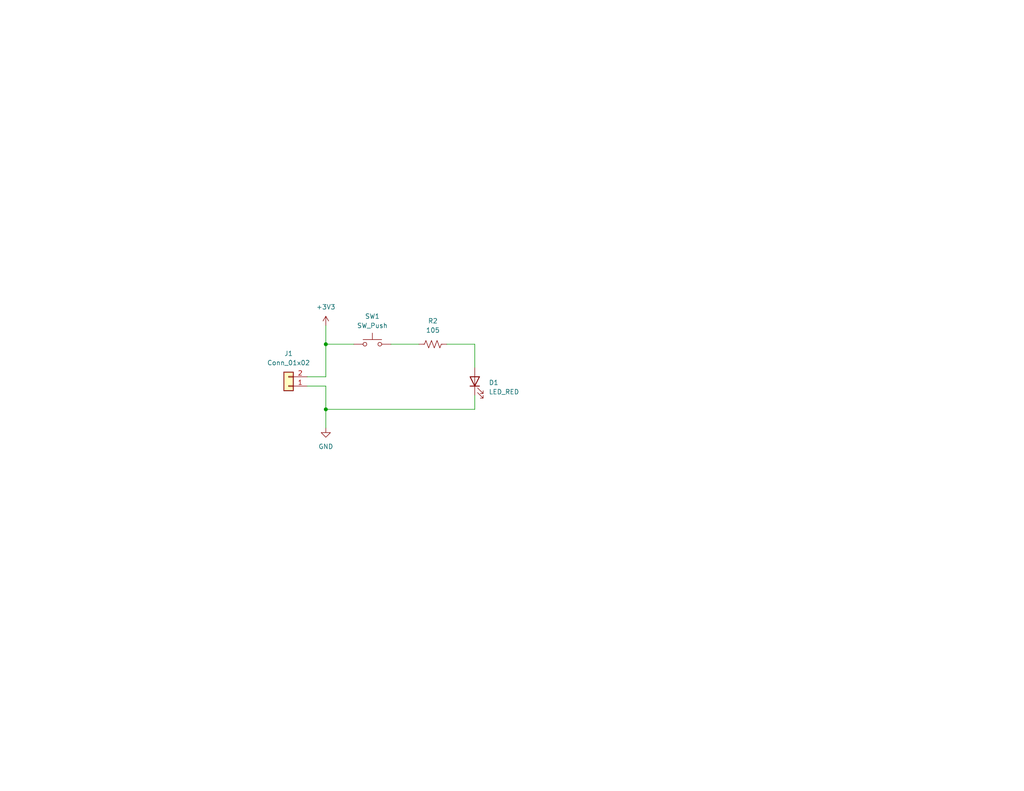
<source format=kicad_sch>
(kicad_sch (version 20231120) (generator "eeschema") (generator_version "8.0")
  (paper "USLetter")
  (title_block (title "Template") (date "2022-08-16") (rev "0.0") (company "Illini Solar Car") (comment 1 "Designed By: Your Name"))
  (lib_symbols
    (symbol "Connector_Generic:Conn_01x02" (pin_names (offset 1.016) hide)
      (property "Reference" "J" (at 0 2.54 0))
      (property "Value" "Conn_01x02" (at 0 -5.08 0))
      (symbol "Conn_01x02_1_1"
        (rectangle (start -1.27 -2.413) (end 0 -2.667) (stroke (width 0.1524)))
        (rectangle (start -1.27 0.127) (end 0 -0.127) (stroke (width 0.1524)))
        (rectangle (start -1.27 1.27) (end 1.27 -3.81) (stroke (width 0.254)) (fill (type background)))
        (pin passive line (at -5.08 0 0) (length 3.81) (name "Pin_1") (number "1"))
        (pin passive line (at -5.08 -2.54 0) (length 3.81) (name "Pin_2") (number "2"))
      )
    )
    (symbol "Device:LED" (pin_numbers hide) (pin_names (offset 1.016) hide)
      (property "Reference" "D" (at 0 2.54 0))
      (property "Value" "LED" (at 0 -2.54 0))
      (symbol "LED_0_1"
        (polyline (pts (xy -1.27 -1.27) (xy -1.27 1.27)) (stroke (width 0.254)))
        (polyline (pts (xy -1.27 0) (xy 1.27 0)))
        (polyline (pts (xy 1.27 -1.27) (xy 1.27 1.27) (xy -1.27 0) (xy 1.27 -1.27)) (stroke (width 0.254)))
        (polyline (pts (xy -3.048 -0.762) (xy -4.572 -2.286) (xy -3.81 -2.286) (xy -4.572 -2.286) (xy -4.572 -1.524)))
        (polyline (pts (xy -1.778 -0.762) (xy -3.302 -2.286) (xy -2.54 -2.286) (xy -3.302 -2.286) (xy -3.302 -1.524)))
      )
      (symbol "LED_1_1"
        (pin passive line (at -3.81 0 0) (length 2.54) (name "K") (number "1"))
        (pin passive line (at 3.81 0 180) (length 2.54) (name "A") (number "2"))
      )
    )
    (symbol "Switch:SW_Push" (pin_numbers hide) (pin_names (offset 1.016) hide)
      (property "Reference" "SW" (at 1.27 2.54 0))
      (property "Value" "SW_Push" (at 0 -1.524 0))
      (symbol "SW_Push_0_1"
        (circle (center -2.032 0) (radius 0.508))
        (polyline (pts (xy 0 1.27) (xy 0 3.048)))
        (polyline (pts (xy 2.54 1.27) (xy -2.54 1.27)))
        (circle (center 2.032 0) (radius 0.508))
        (pin passive line (at -5.08 0 0) (length 2.54) (name "1") (number "1"))
        (pin passive line (at 5.08 0 180) (length 2.54) (name "2") (number "2"))
      )
    )
    (symbol "device:R_US" (pin_numbers hide) (pin_names (offset 0))
      (property "Reference" "R" (at 2.54 0 90))
      (property "Value" "R_US" (at -2.54 0 90))
      (symbol "R_US_0_1"
        (polyline (pts (xy 0 -2.286) (xy 0 -2.54)))
        (polyline (pts (xy 0 2.286) (xy 0 2.54)))
        (polyline (pts (xy 0 -0.762) (xy 1.016 -1.143) (xy 0 -1.524) (xy -1.016 -1.905) (xy 0 -2.286)))
        (polyline (pts (xy 0 0.762) (xy 1.016 0.381) (xy 0 0) (xy -1.016 -0.381) (xy 0 -0.762)))
        (polyline (pts (xy 0 2.286) (xy 1.016 1.905) (xy 0 1.524) (xy -1.016 1.143) (xy 0 0.762)))
      )
      (symbol "R_US_1_1"
        (pin passive line (at 0 3.81 270) (length 1.27) (name "~") (number "1"))
        (pin passive line (at 0 -3.81 90) (length 1.27) (name "~") (number "2"))
      )
    )
    (symbol "power:+3V3" (power) (pin_names (offset 0))
      (property "Value" "+3V3" (at 0 3.556 0))
      (symbol "+3V3_0_1"
        (polyline (pts (xy -0.762 1.27) (xy 0 2.54)))
        (polyline (pts (xy 0 0) (xy 0 2.54)))
        (polyline (pts (xy 0 2.54) (xy 0.762 1.27)))
      )
      (symbol "+3V3_1_1"
        (pin power_in line (at 0 0 90) (length 0) hide (name "+3V3") (number "1"))
      )
    )
    (symbol "power:GND" (power) (pin_names (offset 0))
      (property "Value" "GND" (at 0 -3.81 0))
      (symbol "GND_0_1"
        (polyline (pts (xy 0 0) (xy 0 -1.27) (xy 1.27 -1.27) (xy 0 -2.54) (xy -1.27 -1.27) (xy 0 -1.27)))
      )
      (symbol "GND_1_1"
        (pin power_in line (at 0 0 270) (length 0) hide (name "GND") (number "1"))
      )
    )
  )
  (junction (at 88.9 93.98))
  (junction (at 88.9 111.76))
  (wire (pts (xy 106.68 93.98) (xy 114.3 93.98)))
  (wire (pts (xy 83.82 102.87) (xy 88.9 102.87)))
  (wire (pts (xy 121.92 93.98) (xy 129.54 93.98)))
  (wire (pts (xy 129.54 93.98) (xy 129.54 100.33)))
  (wire (pts (xy 88.9 105.41) (xy 88.9 111.76)))
  (wire (pts (xy 129.54 111.76) (xy 88.9 111.76)))
  (wire (pts (xy 83.82 105.41) (xy 88.9 105.41)))
  (wire (pts (xy 88.9 111.76) (xy 88.9 116.84)))
  (wire (pts (xy 88.9 102.87) (xy 88.9 93.98)))
  (wire (pts (xy 129.54 107.95) (xy 129.54 111.76)))
  (wire (pts (xy 88.9 93.98) (xy 88.9 88.9)))
  (wire (pts (xy 88.9 93.98) (xy 96.52 93.98)))
  (symbol (lib_id "Device:LED") (at 129.54 104.14 90) (unit 1)
    (property "Reference" "D1" (at 133.35 104.4574 90) (effects (justify right)))
    (property "Value" "LED_RED" (at 133.35 106.9974 90) (effects (justify right)))
    (property "Footprint" "layout:LED_0603_Symbol_on_F.SilkS" (effects (hide yes)))
    (property "Description" "Light emitting diode" (effects (hide yes)))
  )
  (symbol (lib_id "power:GND") (at 88.9 116.84 0) (unit 1)
    (property "Reference" "#PWR02" (effects (hide yes)))
    (property "Value" "GND" (at 88.9 121.92 0))
    (property "Description" "Power symbol creates a global label with name \"GND\" , ground" (effects (hide yes)))
  )
  (symbol (lib_id "Switch:SW_Push") (at 101.6 93.98 0) (unit 1)
    (property "Reference" "SW1" (at 101.6 86.36 0))
    (property "Value" "SW_Push" (at 101.6 88.9 0))
    (property "Footprint" "Button_Switch_SMD:SW_DIP_SPSTx01_Slide_6.7x4.1mm_W8.61mm_P2.54mm_LowProfile" (effects (hide yes)))
    (property "Datasheet" "https://www.digikey.com/en/products/detail/te-connectivity-alcoswitch-switches/1825910-6/1632536?utm_adgroup=Supplier_TE&utm_source=google&utm_medium=cpc&utm_campaign=EN_Product_SKU_MBR&utm_term=%2B1825910-6&utm_content=Supplier_TE&gclid=Cj0KCQjwp4j6BRCRARIsAGq4yMGhBEsv1v5KcRzgW34aOMlPkoRB4A-7BCN08FfGaiq_Dk_nlKJ0QU8aAhZPEALw_wcB" (effects (hide yes)))
    (property "Description" "Push button switch, generic, two pins" (effects (hide yes)))
    (property "MPN" "1825910-6" (effects (hide yes)))
  )
  (symbol (lib_id "power:+3V3") (at 88.9 88.9 0) (unit 1)
    (property "Reference" "#PWR01" (effects (hide yes)))
    (property "Value" "+3V3" (at 88.9 83.82 0))
    (property "Description" "Power symbol creates a global label with name \"+3V3\"" (effects (hide yes)))
  )
  (symbol (lib_id "device:R_US") (at 118.11 93.98 90) (unit 1)
    (property "Reference" "R2" (at 118.11 87.63 90))
    (property "Value" "105" (at 118.11 90.17 90))
    (property "Footprint" "Resistor_SMD:R_0603_1608Metric_Pad0.98x0.95mm_HandSolder" (effects (hide yes)))
    (property "Description" "Resistor, US symbol" (effects (hide yes)))
  )
  (symbol (lib_id "Connector_Generic:Conn_01x02") (at 78.74 105.41 180) (unit 1)
    (property "Reference" "J1" (at 78.74 96.52 0))
    (property "Value" "Conn_01x02" (at 78.74 99.06 0))
    (property "Footprint" "Connector_Molex:Molex_KK-254_AE-6410-02A_1x02_P2.54mm_Vertical" (effects (hide yes)))
    (property "Datasheet" "chrome-extension://efaidnbmnnnibpcajpcglclefindmkaj/https://www.molex.com/content/dam/molex/molex-dot-com/products/automated/en-us/salesdrawingpdf/641/6410/022272021_sd.pdf?inline" (effects (hide yes)))
    (property "Description" "Generic connector, single row, 01x02, script generated (kicad-library-utils/schlib/autogen/connector/)" (effects (hide yes)))
    (property "MPN" "022272021" (effects (hide yes)))
  )
)
</source>
